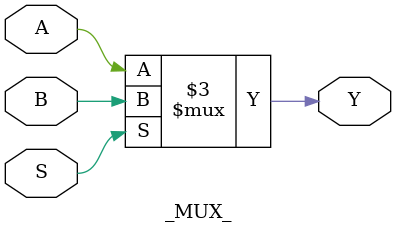
<source format=v>
module _MUX_(A, B, S, Y);
input A, B, S;
output reg Y;
always @* begin
	if (S)
		Y = B;
	else
		Y = A;
end
endmodule
</source>
